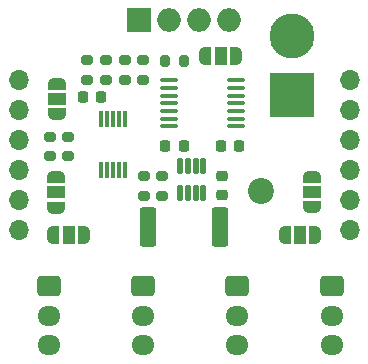
<source format=gts>
G04 #@! TF.GenerationSoftware,KiCad,Pcbnew,7.0.1*
G04 #@! TF.CreationDate,2023-07-15T20:00:46+02:00*
G04 #@! TF.ProjectId,servo_level_shifter,73657276-6f5f-46c6-9576-656c5f736869,rev?*
G04 #@! TF.SameCoordinates,Original*
G04 #@! TF.FileFunction,Soldermask,Top*
G04 #@! TF.FilePolarity,Negative*
%FSLAX46Y46*%
G04 Gerber Fmt 4.6, Leading zero omitted, Abs format (unit mm)*
G04 Created by KiCad (PCBNEW 7.0.1) date 2023-07-15 20:00:46*
%MOMM*%
%LPD*%
G01*
G04 APERTURE LIST*
G04 Aperture macros list*
%AMRoundRect*
0 Rectangle with rounded corners*
0 $1 Rounding radius*
0 $2 $3 $4 $5 $6 $7 $8 $9 X,Y pos of 4 corners*
0 Add a 4 corners polygon primitive as box body*
4,1,4,$2,$3,$4,$5,$6,$7,$8,$9,$2,$3,0*
0 Add four circle primitives for the rounded corners*
1,1,$1+$1,$2,$3*
1,1,$1+$1,$4,$5*
1,1,$1+$1,$6,$7*
1,1,$1+$1,$8,$9*
0 Add four rect primitives between the rounded corners*
20,1,$1+$1,$2,$3,$4,$5,0*
20,1,$1+$1,$4,$5,$6,$7,0*
20,1,$1+$1,$6,$7,$8,$9,0*
20,1,$1+$1,$8,$9,$2,$3,0*%
%AMFreePoly0*
4,1,19,0.000000,0.744911,0.071157,0.744911,0.207708,0.704816,0.327430,0.627875,0.420627,0.520320,0.479746,0.390866,0.500000,0.250000,0.500000,-0.250000,0.479746,-0.390866,0.420627,-0.520320,0.327430,-0.627875,0.207708,-0.704816,0.071157,-0.744911,0.000000,-0.744911,0.000000,-0.750000,-0.550000,-0.750000,-0.550000,0.750000,0.000000,0.750000,0.000000,0.744911,0.000000,0.744911,
$1*%
%AMFreePoly1*
4,1,19,0.550000,-0.750000,0.000000,-0.750000,0.000000,-0.744911,-0.071157,-0.744911,-0.207708,-0.704816,-0.327430,-0.627875,-0.420627,-0.520320,-0.479746,-0.390866,-0.500000,-0.250000,-0.500000,0.250000,-0.479746,0.390866,-0.420627,0.520320,-0.327430,0.627875,-0.207708,0.704816,-0.071157,0.744911,0.000000,0.744911,0.000000,0.750000,0.550000,0.750000,0.550000,-0.750000,0.550000,-0.750000,
$1*%
G04 Aperture macros list end*
%ADD10FreePoly0,90.000000*%
%ADD11R,1.500000X1.000000*%
%ADD12FreePoly1,90.000000*%
%ADD13FreePoly0,0.000000*%
%ADD14R,1.000000X1.500000*%
%ADD15FreePoly1,0.000000*%
%ADD16RoundRect,0.225000X0.225000X0.250000X-0.225000X0.250000X-0.225000X-0.250000X0.225000X-0.250000X0*%
%ADD17O,2.000000X2.000000*%
%ADD18O,1.700000X1.700000*%
%ADD19R,2.000000X2.000000*%
%ADD20C,2.200000*%
%ADD21RoundRect,0.225000X0.250000X-0.225000X0.250000X0.225000X-0.250000X0.225000X-0.250000X-0.225000X0*%
%ADD22RoundRect,0.225000X-0.225000X-0.250000X0.225000X-0.250000X0.225000X0.250000X-0.225000X0.250000X0*%
%ADD23C,3.800000*%
%ADD24R,3.800000X3.800000*%
%ADD25O,1.950000X1.700000*%
%ADD26RoundRect,0.250000X-0.725000X0.600000X-0.725000X-0.600000X0.725000X-0.600000X0.725000X0.600000X0*%
%ADD27FreePoly0,270.000000*%
%ADD28FreePoly1,270.000000*%
%ADD29R,0.300000X1.400000*%
%ADD30RoundRect,0.100000X0.637500X0.100000X-0.637500X0.100000X-0.637500X-0.100000X0.637500X-0.100000X0*%
%ADD31RoundRect,0.125000X0.125000X-0.537500X0.125000X0.537500X-0.125000X0.537500X-0.125000X-0.537500X0*%
%ADD32RoundRect,0.200000X-0.275000X0.200000X-0.275000X-0.200000X0.275000X-0.200000X0.275000X0.200000X0*%
%ADD33RoundRect,0.200000X0.275000X-0.200000X0.275000X0.200000X-0.275000X0.200000X-0.275000X-0.200000X0*%
%ADD34RoundRect,0.200000X0.200000X0.275000X-0.200000X0.275000X-0.200000X-0.275000X0.200000X-0.275000X0*%
%ADD35RoundRect,0.249999X-0.450001X-1.425001X0.450001X-1.425001X0.450001X1.425001X-0.450001X1.425001X0*%
G04 APERTURE END LIST*
D10*
X113580000Y-66430000D03*
D11*
X113580000Y-67730000D03*
D12*
X113580000Y-69030000D03*
D13*
X107155000Y-56230000D03*
D14*
X105855000Y-56230000D03*
D15*
X104555000Y-56230000D03*
D16*
X94205000Y-59705000D03*
X95755000Y-59705000D03*
D17*
X106565000Y-53195000D03*
X104025000Y-53195000D03*
D18*
X116755000Y-58275000D03*
X116755000Y-60815000D03*
X116755000Y-63355000D03*
X116755000Y-65895000D03*
X116755000Y-68435000D03*
X116755000Y-70975000D03*
X88755000Y-70975000D03*
X88755000Y-68435000D03*
X88755000Y-65895000D03*
X88755000Y-63355000D03*
X88755000Y-60815000D03*
X88755000Y-58275000D03*
D17*
X101485000Y-53195000D03*
D19*
X98945000Y-53195000D03*
D20*
X109255000Y-67657500D03*
D21*
X105980000Y-66405000D03*
X105980000Y-67955000D03*
D22*
X102705000Y-63830000D03*
X101155000Y-63830000D03*
D16*
X105880000Y-63805000D03*
X107430000Y-63805000D03*
D23*
X111855000Y-54505000D03*
D24*
X111855000Y-59505000D03*
D25*
X91305000Y-80705000D03*
X91305000Y-78205000D03*
D26*
X91305000Y-75705000D03*
D25*
X99305000Y-80705000D03*
X99305000Y-78205000D03*
D26*
X99305000Y-75705000D03*
D25*
X107255000Y-80705000D03*
X107255000Y-78205000D03*
D26*
X107255000Y-75705000D03*
X115255000Y-75705000D03*
D25*
X115255000Y-78205000D03*
X115255000Y-80705000D03*
D27*
X91980000Y-61155000D03*
D11*
X91980000Y-59855000D03*
D28*
X91980000Y-58555000D03*
D13*
X94280000Y-71405000D03*
D14*
X92980000Y-71405000D03*
D15*
X91680000Y-71405000D03*
D10*
X91937500Y-66455000D03*
D11*
X91937500Y-67755000D03*
D12*
X91937500Y-69055000D03*
D13*
X113855000Y-71405000D03*
D14*
X112555000Y-71405000D03*
D15*
X111255000Y-71405000D03*
D29*
X97705000Y-65905000D03*
X97205000Y-65905000D03*
X96705000Y-65905000D03*
X96205000Y-65905000D03*
X95705000Y-65905000D03*
X95705000Y-61505000D03*
X96205000Y-61505000D03*
X96705000Y-61505000D03*
X97205000Y-61505000D03*
X97705000Y-61505000D03*
D30*
X101442500Y-62180000D03*
X101442500Y-61530000D03*
X101442500Y-60880000D03*
X101442500Y-60230000D03*
X101442500Y-59580000D03*
X101442500Y-58930000D03*
X101442500Y-58280000D03*
X107167500Y-58280000D03*
X107167500Y-58930000D03*
X107167500Y-59580000D03*
X107167500Y-60230000D03*
X107167500Y-60880000D03*
X107167500Y-61530000D03*
X107167500Y-62180000D03*
D31*
X102430000Y-67792500D03*
X103080000Y-67792500D03*
X103730000Y-67792500D03*
X104380000Y-67792500D03*
X104380000Y-65517500D03*
X103730000Y-65517500D03*
X103080000Y-65517500D03*
X102430000Y-65517500D03*
D32*
X91405000Y-63055000D03*
X91405000Y-64705000D03*
X92955000Y-64705000D03*
X92955000Y-63055000D03*
D33*
X99255000Y-56580000D03*
X99255000Y-58230000D03*
D32*
X97705000Y-58230000D03*
X97705000Y-56580000D03*
D33*
X94555000Y-58230000D03*
X94555000Y-56580000D03*
D32*
X96155000Y-56580000D03*
X96155000Y-58230000D03*
D33*
X99355000Y-68055000D03*
X99355000Y-66405000D03*
X100905000Y-66405000D03*
X100905000Y-68055000D03*
D34*
X101105000Y-56630000D03*
X102755000Y-56630000D03*
D35*
X105805000Y-70705000D03*
X99705000Y-70705000D03*
M02*

</source>
